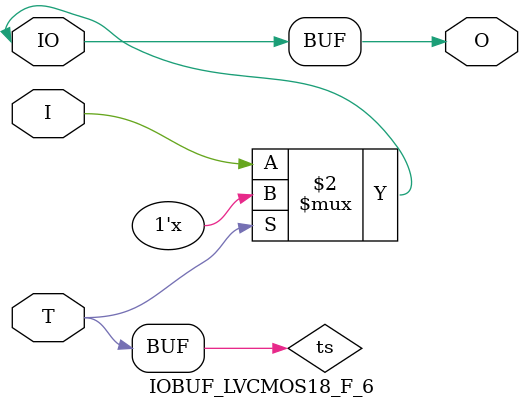
<source format=v>

/*

FUNCTION	: INPUT TRI-STATE OUTPUT BUFFER

*/

`celldefine
`timescale  100 ps / 10 ps

module IOBUF_LVCMOS18_F_6 (O, IO, I, T);

    output O;

    inout  IO;

    input  I, T;

    or O1 (ts, 1'b0, T);
    bufif0 T1 (IO, I, ts);

    buf B1 (O, IO);

endmodule

</source>
